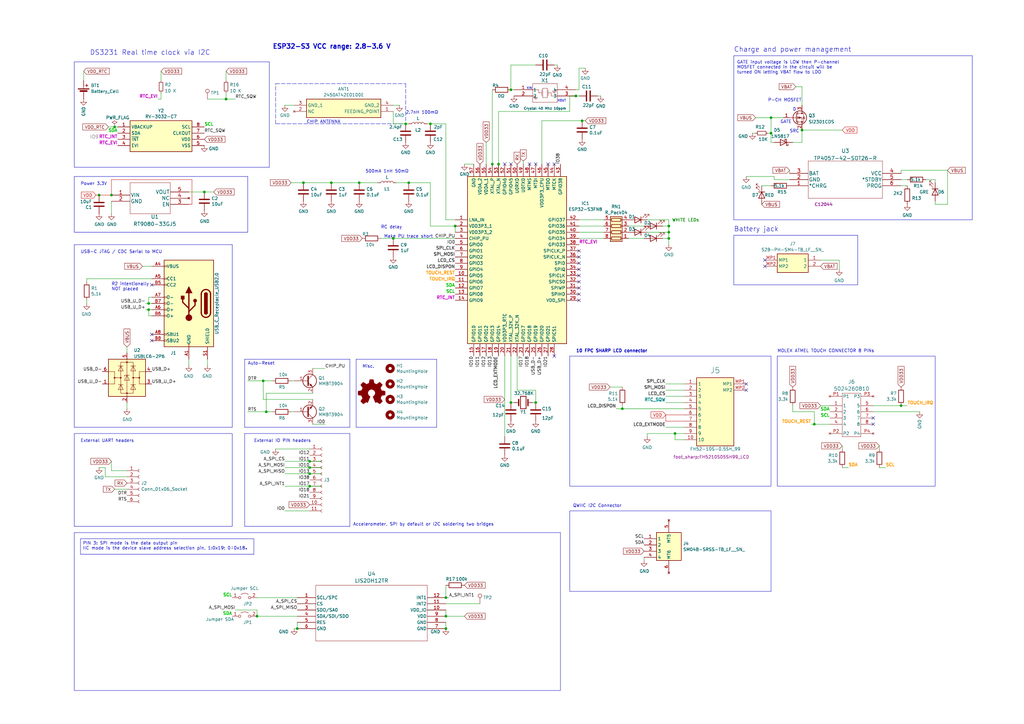
<source format=kicad_sch>
(kicad_sch (version 20230121) (generator eeschema)
  (paper "A3")
  (title_block (title "Bare metal S3 SoC Module for Sharp MXTouch144") (rev "1.0.0") (company "FASANI CORP.") (comment 3 "NOT ready / NOT tested | Do NOT send to fabrication") (comment 4 "The goal is to make a version with a smaller footprint and minimal components."))
  (junction (at 161.29 97.79))
  (junction (at 274.32 97.79))
  (junction (at 274.32 92.71))
  (junction (at 182.88 257.81))
  (junction (at 60.96 124.46))
  (junction (at 274.32 95.25))
  (junction (at 45.72 80.01))
  (junction (at 334.01 173.99))
  (junction (at 109.22 168.91))
  (junction (at 83.82 78.74))
  (junction (at 107.95 156.21))
  (junction (at 166.37 50.8))
  (junction (at 201.93 67.31))
  (junction (at 316.23 48.26))
  (junction (at 92.71 40.64))
  (junction (at 127 194.31))
  (junction (at 219.71 165.1))
  (junction (at 124.46 74.93))
  (junction (at 105.41 252.73))
  (junction (at 135.89 74.93))
  (junction (at 209.55 36.83))
  (junction (at 182.88 252.73))
  (junction (at 238.76 49.53))
  (junction (at 176.53 50.8))
  (junction (at 127 199.39))
  (junction (at 236.22 39.37))
  (junction (at 127 191.77))
  (junction (at 255.27 167.64))
  (junction (at 147.32 74.93))
  (junction (at 182.88 245.11))
  (junction (at 167.64 74.93))
  (junction (at 369.57 166.37))
  (junction (at 121.92 257.81))
  (junction (at 328.93 53.34))
  (junction (at 316.23 54.61))
  (junction (at 209.55 165.1))
  (junction (at 127 189.23))
  (junction (at 40.64 80.01))
  (junction (at 60.96 127))
  (junction (at 46.99 52.07))
  (junction (at 186.69 92.71))
  (junction (at 204.47 67.31))
  (junction (at 276.86 177.8))
  (no_connect (at 217.17 67.31))
  (no_connect (at 224.79 67.31))
  (no_connect (at 62.23 139.7))
  (no_connect (at 237.49 120.65))
  (no_connect (at 62.23 137.16))
  (no_connect (at 227.33 146.05))
  (no_connect (at 237.49 107.95))
  (no_connect (at 358.14 173.99))
  (no_connect (at 237.49 118.11))
  (no_connect (at 237.49 102.87))
  (no_connect (at 219.71 67.31))
  (no_connect (at 313.69 106.68))
  (no_connect (at 62.23 116.84))
  (no_connect (at 237.49 123.19))
  (no_connect (at 227.33 67.31))
  (no_connect (at 237.49 110.49))
  (no_connect (at 207.01 67.31))
  (no_connect (at 306.07 157.48))
  (no_connect (at 237.49 105.41))
  (no_connect (at 306.07 160.02))
  (no_connect (at 237.49 113.03))
  (no_connect (at 209.55 67.31))
  (no_connect (at 313.69 109.22))
  (no_connect (at 358.14 171.45))
  (no_connect (at 237.49 115.57))
  (wire (pts (xy 250.19 158.75) (xy 255.27 158.75)))
  (polyline (pts (xy 300.99 96.52) (xy 300.99 116.84)))
  (wire (pts (xy 116.84 43.18) (xy 120.65 43.18)))
  (wire (pts (xy 379.73 73.66) (xy 383.54 73.66)))
  (wire (pts (xy 326.39 35.56) (xy 328.93 35.56)))
  (wire (pts (xy 369.57 76.2) (xy 372.11 76.2)))
  (wire (pts (xy 64.77 40.64) (xy 66.04 40.64)))
  (wire (pts (xy 105.41 252.73) (xy 121.92 252.73)))
  (wire (pts (xy 182.88 90.17) (xy 182.88 50.8)))
  (wire (pts (xy 334.01 173.99) (xy 340.36 173.99)))
  (wire (pts (xy 120.65 168.91) (xy 119.38 168.91)))
  (polyline (pts (xy 166.37 34.29) (xy 166.37 49.53)) (stroke (width 0) (type dash)))
  (wire (pts (xy 161.29 45.72) (xy 161.29 50.8)))
  (wire (pts (xy 280.67 177.8) (xy 276.86 177.8)))
  (polyline (pts (xy 146.05 147.32) (xy 146.05 175.26)))
  (wire (pts (xy 120.65 257.81) (xy 121.92 257.81)))
  (wire (pts (xy 237.49 36.83) (xy 237.49 27.94)))
  (polyline (pts (xy 30.48 72.39) (xy 101.6 72.39)))
  (wire (pts (xy 78.74 83.82) (xy 78.74 73.66)) (stroke (width 0) (color 194 0 0 1)))
  (wire (pts (xy 176.53 92.71) (xy 176.53 74.93)))
  (wire (pts (xy 116.84 189.23) (xy 127 189.23)))
  (wire (pts (xy 175.26 50.8) (xy 176.53 50.8)))
  (wire (pts (xy 222.25 67.31) (xy 222.25 49.53)))
  (wire (pts (xy 45.72 193.04) (xy 52.07 193.04)))
  (wire (pts (xy 369.57 69.85) (xy 369.57 71.12)))
  (wire (pts (xy 236.22 36.83) (xy 237.49 36.83)))
  (wire (pts (xy 273.05 165.1) (xy 280.67 165.1)))
  (wire (pts (xy 316.23 48.26) (xy 321.31 48.26)))
  (wire (pts (xy 222.25 49.53) (xy 238.76 49.53)))
  (wire (pts (xy 66.04 29.21) (xy 66.04 33.02)))
  (wire (pts (xy 59.69 127) (xy 60.96 127)))
  (polyline (pts (xy 30.48 25.4) (xy 30.48 68.58)))
  (wire (pts (xy 167.64 74.93) (xy 176.53 74.93)))
  (wire (pts (xy 273.05 175.26) (xy 280.67 175.26)))
  (wire (pts (xy 257.81 97.79) (xy 264.16 97.79)))
  (wire (pts (xy 237.49 97.79) (xy 247.65 97.79)))
  (wire (pts (xy 45.72 73.66) (xy 45.72 80.01)) (stroke (width 0) (color 194 0 0 1)))
  (polyline (pts (xy 300.99 22.86) (xy 300.99 90.17)))
  (polyline (pts (xy 113.03 50.8) (xy 113.03 34.29)) (stroke (width 0) (type dash)))
  (polyline (pts (xy 300.99 22.86) (xy 398.78 22.86)))
  (wire (pts (xy 207.01 146.05) (xy 207.01 179.07)))
  (wire (pts (xy 328.93 58.42) (xy 328.93 53.34)))
  (wire (pts (xy 190.5 67.31) (xy 194.31 67.31)))
  (polyline (pts (xy 95.25 100.33) (xy 95.25 175.26)))
  (polyline (pts (xy 100.33 147.32) (xy 100.33 175.26)))
  (polyline (pts (xy 143.51 175.26) (xy 143.51 147.32)))
  (wire (pts (xy 323.85 69.85) (xy 323.85 71.12)))
  (polyline (pts (xy 113.03 34.29) (xy 166.37 34.29)) (stroke (width 0) (type dash)))
  (wire (pts (xy 161.29 50.8) (xy 166.37 50.8)))
  (wire (pts (xy 39.37 80.01) (xy 40.64 80.01)) (stroke (width 0) (color 194 0 0 1)))
  (wire (pts (xy 209.55 36.83) (xy 210.82 36.83)))
  (wire (pts (xy 204.47 71.12) (xy 204.47 67.31)))
  (wire (pts (xy 161.29 97.79) (xy 186.69 97.79)))
  (wire (pts (xy 111.76 156.21) (xy 107.95 156.21)))
  (wire (pts (xy 236.22 39.37) (xy 237.49 39.37)))
  (wire (pts (xy 323.85 73.66) (xy 317.5 73.66)))
  (wire (pts (xy 60.96 129.54) (xy 60.96 127)))
  (wire (pts (xy 186.69 92.71) (xy 186.69 95.25)))
  (wire (pts (xy 264.16 92.71) (xy 257.81 92.71)))
  (wire (pts (xy 52.07 144.78) (xy 52.07 142.24)))
  (wire (pts (xy 233.68 45.72) (xy 233.68 39.37)))
  (wire (pts (xy 127 191.77) (xy 132.08 191.77)))
  (polyline (pts (xy 351.79 96.52) (xy 351.79 116.84)))
  (wire (pts (xy 308.61 54.61) (xy 309.88 54.61)))
  (wire (pts (xy 219.71 165.1) (xy 218.44 165.1)))
  (wire (pts (xy 101.6 168.91) (xy 109.22 168.91)))
  (wire (pts (xy 280.67 172.72) (xy 273.05 172.72)) (stroke (width 0) (color 194 0 0 1)))
  (wire (pts (xy 127 199.39) (xy 132.08 199.39)))
  (wire (pts (xy 255.27 166.37) (xy 255.27 167.64)))
  (wire (pts (xy 35.56 124.46) (xy 35.56 123.19)))
  (wire (pts (xy 59.69 124.46) (xy 60.96 124.46)))
  (wire (pts (xy 109.22 168.91) (xy 111.76 168.91)))
  (wire (pts (xy 62.23 114.3) (xy 35.56 114.3)))
  (wire (pts (xy 328.93 35.56) (xy 328.93 43.18)))
  (wire (pts (xy 233.68 39.37) (xy 236.22 39.37)))
  (wire (pts (xy 124.46 74.93) (xy 135.89 74.93)))
  (polyline (pts (xy 30.48 25.4) (xy 110.49 25.4)))
  (wire (pts (xy 237.49 92.71) (xy 247.65 92.71)))
  (wire (pts (xy 265.43 95.25) (xy 274.32 95.25)))
  (wire (pts (xy 60.96 124.46) (xy 62.23 124.46)))
  (wire (pts (xy 46.99 52.07) (xy 48.26 52.07)))
  (wire (pts (xy 271.78 92.71) (xy 274.32 92.71)))
  (wire (pts (xy 60.96 127) (xy 62.23 127)))
  (wire (pts (xy 182.88 247.65) (xy 196.85 247.65)))
  (wire (pts (xy 344.17 106.68) (xy 336.55 106.68)))
  (wire (pts (xy 336.55 166.37) (xy 340.36 166.37)))
  (wire (pts (xy 347.98 191.77) (xy 345.44 191.77)))
  (polyline (pts (xy 143.51 147.32) (xy 100.33 147.32)))
  (wire (pts (xy 276.86 177.8) (xy 265.43 177.8)))
  (wire (pts (xy 271.78 97.79) (xy 274.32 97.79)))
  (wire (pts (xy 273.05 172.72) (xy 273.05 170.18)) (stroke (width 0) (color 194 0 0 1)))
  (wire (pts (xy 383.54 73.66) (xy 383.54 74.93)))
  (wire (pts (xy 377.19 168.91) (xy 358.14 168.91)))
  (wire (pts (xy 212.09 160.02) (xy 219.71 160.02)))
  (wire (pts (xy 62.23 121.92) (xy 60.96 121.92)))
  (wire (pts (xy 344.17 110.49) (xy 344.17 106.68)))
  (wire (pts (xy 156.21 97.79) (xy 161.29 97.79)))
  (wire (pts (xy 274.32 92.71) (xy 274.32 95.25)))
  (wire (pts (xy 45.72 82.55) (xy 45.72 87.63)))
  (wire (pts (xy 255.27 167.64) (xy 280.67 167.64)))
  (wire (pts (xy 184.15 245.11) (xy 182.88 245.11)))
  (wire (pts (xy 116.84 191.77) (xy 127 191.77)))
  (wire (pts (xy 58.42 109.22) (xy 62.23 109.22)))
  (wire (pts (xy 212.09 146.05) (xy 212.09 160.02)))
  (wire (pts (xy 325.12 58.42) (xy 328.93 58.42)))
  (wire (pts (xy 334.01 168.91) (xy 334.01 173.99)))
  (polyline (pts (xy 398.78 90.17) (xy 398.78 22.86)))
  (wire (pts (xy 40.64 80.01) (xy 45.72 80.01)) (stroke (width 0) (color 194 0 0 1)))
  (wire (pts (xy 332.74 173.99) (xy 334.01 173.99)))
  (wire (pts (xy 316.23 48.26) (xy 316.23 54.61)))
  (wire (pts (xy 186.69 92.71) (xy 176.53 92.71)))
  (wire (pts (xy 201.93 71.12) (xy 201.93 67.31)))
  (polyline (pts (xy 30.48 68.58) (xy 110.49 68.58)))
  (wire (pts (xy 273.05 170.18) (xy 280.67 170.18)) (stroke (width 0) (color 194 0 0 1)))
  (wire (pts (xy 77.47 83.82) (xy 78.74 83.82)) (stroke (width 0) (color 194 0 0 1)))
  (wire (pts (xy 128.27 163.83) (xy 107.95 163.83)))
  (wire (pts (xy 274.32 97.79) (xy 274.32 100.33)))
  (polyline (pts (xy 179.07 175.26) (xy 146.05 175.26)))
  (wire (pts (xy 219.71 160.02) (xy 219.71 165.1)))
  (wire (pts (xy 60.96 121.92) (xy 60.96 124.46)))
  (wire (pts (xy 147.32 74.93) (xy 154.94 74.93)))
  (wire (pts (xy 116.84 194.31) (xy 127 194.31)))
  (wire (pts (xy 66.04 40.64) (xy 66.04 38.1)))
  (wire (pts (xy 280.67 180.34) (xy 276.86 180.34)))
  (polyline (pts (xy 100.33 175.26) (xy 143.51 175.26)))
  (wire (pts (xy 166.37 50.8) (xy 167.64 50.8)))
  (wire (pts (xy 105.41 250.19) (xy 105.41 252.73)))
  (polyline (pts (xy 351.79 116.84) (xy 300.99 116.84)))
  (wire (pts (xy 34.29 33.02) (xy 34.29 29.21)))
  (polyline (pts (xy 165.1 50.8) (xy 113.03 50.8)) (stroke (width 0) (type dash)))
  (wire (pts (xy 383.54 82.55) (xy 383.54 83.82)))
  (wire (pts (xy 273.05 160.02) (xy 280.67 160.02)))
  (wire (pts (xy 325.12 166.37) (xy 325.12 168.91)))
  (wire (pts (xy 105.41 245.11) (xy 121.92 245.11)))
  (wire (pts (xy 77.47 147.32) (xy 77.47 149.86)))
  (wire (pts (xy 116.84 199.39) (xy 127 199.39)))
  (wire (pts (xy 107.95 163.83) (xy 107.95 156.21)))
  (wire (pts (xy 44.45 52.07) (xy 46.99 52.07)))
  (wire (pts (xy 309.88 48.26) (xy 316.23 48.26)))
  (wire (pts (xy 182.88 50.8) (xy 176.53 50.8)))
  (polyline (pts (xy 30.48 175.26) (xy 30.48 100.33)))
  (wire (pts (xy 360.68 182.88) (xy 360.68 184.15)))
  (wire (pts (xy 40.64 191.77) (xy 43.18 191.77)))
  (wire (pts (xy 201.93 36.83) (xy 201.93 67.31)))
  (wire (pts (xy 127 194.31) (xy 132.08 194.31)))
  (polyline (pts (xy 30.48 95.25) (xy 101.6 95.25)))
  (wire (pts (xy 372.11 73.66) (xy 369.57 73.66)))
  (wire (pts (xy 52.07 165.1) (xy 52.07 167.64)))
  (wire (pts (xy 128.27 173.99) (xy 133.35 173.99)))
  (polyline (pts (xy 300.99 96.52) (xy 351.79 96.52)))
  (wire (pts (xy 265.43 90.17) (xy 274.32 90.17)))
  (wire (pts (xy 182.88 240.03) (xy 182.88 245.11)))
  (wire (pts (xy 214.63 66.04) (xy 214.63 67.31)))
  (wire (pts (xy 162.56 74.93) (xy 167.64 74.93)))
  (wire (pts (xy 120.65 156.21) (xy 119.38 156.21)))
  (wire (pts (xy 35.56 114.3) (xy 35.56 115.57)))
  (wire (pts (xy 372.11 166.37) (xy 369.57 166.37)))
  (wire (pts (xy 182.88 252.73) (xy 190.5 252.73)))
  (wire (pts (xy 107.95 156.21) (xy 101.6 156.21)))
  (polyline (pts (xy 30.48 100.33) (xy 95.25 100.33)))
  (wire (pts (xy 363.22 191.77) (xy 360.68 191.77)))
  (wire (pts (xy 388.62 83.82) (xy 388.62 69.85)))
  (wire (pts (xy 210.82 165.1) (xy 209.55 165.1)))
  (wire (pts (xy 186.69 90.17) (xy 182.88 90.17)))
  (wire (pts (xy 62.23 129.54) (xy 60.96 129.54)))
  (wire (pts (xy 316.23 54.61) (xy 316.23 58.42)))
  (wire (pts (xy 109.22 161.29) (xy 109.22 168.91)))
  (wire (pts (xy 119.38 74.93) (xy 124.46 74.93)))
  (wire (pts (xy 328.93 53.34) (xy 345.44 53.34)))
  (wire (pts (xy 96.52 250.19) (xy 105.41 250.19)))
  (wire (pts (xy 121.92 255.27) (xy 121.92 257.81)))
  (wire (pts (xy 77.47 78.74) (xy 83.82 78.74)))
  (wire (pts (xy 369.57 166.37) (xy 358.14 166.37)))
  (wire (pts (xy 316.23 58.42) (xy 317.5 58.42)))
  (wire (pts (xy 113.03 184.15) (xy 127 184.15)))
  (wire (pts (xy 163.83 43.18) (xy 161.29 43.18)))
  (wire (pts (xy 43.18 195.58) (xy 52.07 195.58)))
  (wire (pts (xy 388.62 83.82) (xy 383.54 83.82)))
  (wire (pts (xy 237.49 95.25) (xy 247.65 95.25)))
  (wire (pts (xy 238.76 49.53) (xy 240.03 49.53)))
  (wire (pts (xy 116.84 209.55) (xy 127 209.55)))
  (wire (pts (xy 252.73 167.64) (xy 255.27 167.64)))
  (wire (pts (xy 228.6 26.67) (xy 227.33 26.67)))
  (wire (pts (xy 388.62 69.85) (xy 369.57 69.85)))
  (wire (pts (xy 209.55 26.67) (xy 219.71 26.67)))
  (wire (pts (xy 204.47 45.72) (xy 233.68 45.72)))
  (wire (pts (xy 274.32 95.25) (xy 274.32 97.79)))
  (wire (pts (xy 265.43 177.8) (xy 265.43 179.07)))
  (wire (pts (xy 237.49 90.17) (xy 247.65 90.17)))
  (wire (pts (xy 45.72 189.23) (xy 45.72 193.04)))
  (wire (pts (xy 128.27 161.29) (xy 109.22 161.29)))
  (wire (pts (xy 325.12 168.91) (xy 334.01 168.91)))
  (wire (pts (xy 273.05 162.56) (xy 280.67 162.56)))
  (wire (pts (xy 204.47 67.31) (xy 204.47 45.72)))
  (wire (pts (xy 46.99 200.66) (xy 52.07 200.66)))
  (wire (pts (xy 317.5 73.66) (xy 317.5 72.39)))
  (wire (pts (xy 312.42 76.2) (xy 316.23 76.2)))
  (wire (pts (xy 237.49 27.94) (xy 240.03 27.94)))
  (wire (pts (xy 314.96 54.61) (xy 316.23 54.61)))
  (polyline (pts (xy 30.48 95.25) (xy 30.48 72.39)))
  (polyline (pts (xy 146.05 147.32) (xy 179.07 147.32)))
  (wire (pts (xy 246.38 39.37) (xy 245.11 39.37)))
  (wire (pts (xy 43.18 191.77) (xy 43.18 195.58)))
  (wire (pts (xy 264.16 229.87) (xy 264.16 228.6)))
  (wire (pts (xy 85.09 147.32) (xy 85.09 149.86)))
  (polyline (pts (xy 179.07 147.32) (xy 179.07 175.26)))
  (polyline (pts (xy 30.48 175.26) (xy 95.25 175.26)))
  (wire (pts (xy 85.09 40.64) (xy 92.71 40.64)))
  (wire (pts (xy 345.44 182.88) (xy 345.44 184.15)))
  (wire (pts (xy 273.05 157.48) (xy 280.67 157.48)))
  (polyline (pts (xy 110.49 68.58) (xy 110.49 25.4)))
  (wire (pts (xy 182.88 255.27) (xy 182.88 257.81)))
  (wire (pts (xy 317.5 72.39) (xy 306.07 72.39)))
  (wire (pts (xy 92.71 38.1) (xy 92.71 40.64)))
  (wire (pts (xy 182.88 250.19) (xy 182.88 252.73)))
  (polyline (pts (xy 300.99 90.17) (xy 398.78 90.17)))
  (wire (pts (xy 92.71 40.64) (xy 96.52 40.64)))
  (polyline (pts (xy 101.6 95.25) (xy 101.6 72.39)))
  (wire (pts (xy 127 189.23) (xy 132.08 189.23)))
  (wire (pts (xy 78.74 73.66) (xy 45.72 73.66)) (stroke (width 0) (color 194 0 0 1)))
  (wire (pts (xy 209.55 36.83) (xy 209.55 26.67)))
  (wire (pts (xy 274.32 90.17) (xy 274.32 92.71)))
  (wire (pts (xy 209.55 146.05) (xy 209.55 165.1)))
  (wire (pts (xy 135.89 74.93) (xy 147.32 74.93)))
  (wire (pts (xy 276.86 180.34) (xy 276.86 177.8)))
  (wire (pts (xy 83.82 78.74) (xy 87.63 78.74)))
  (wire (pts (xy 133.35 151.13) (xy 128.27 151.13)))
  (wire (pts (xy 199.39 58.42) (xy 199.39 67.31)))
  (wire (pts (xy 92.71 29.21) (xy 92.71 33.02)))
  (rectangle (start 233.68 209.55) (end 316.23 242.57))
  (rectangle (start 30.48 218.44) (end 229.87 283.21))
  (rectangle (start 318.77 146.05) (end 383.54 199.39))
  (rectangle (start 100.33 177.8) (end 143.51 215.9))
  (rectangle (start 233.68 146.05) (end 316.23 199.39))
  (rectangle (start 30.48 177.8) (end 95.25 215.9))
  (text_box "PIN 3: SPI mode is the data output pin\nIIC mode is the device slave address selection pin, 1:0x19; 0：0x18。 	" (at 33.02 220.98 0) (size 71.12 6.35) (effects (font (size 1.27 1.27)) (justify left top)))
  (text "Make PU trace short" (at 157.48 97.79 0) (effects (font (size 1.27 1.27)) (justify left bottom)))
  (text "DS3231 Real time clock via I2C" (at 36.83 22.86 0) (effects (font (size 2 2)) (justify left bottom)))
  (text "GATE input voltage is LOW then P-channel \nMOSFET connected in the circuit will be \nturned ON letting VBAT flow to LDO" (at 302.26 30.48 0) (effects (font (size 1.27 1.27)) (justify left bottom)))
  (text "Accelerometer, SPI by default or I2C soldering two bridges" (at 144.78 215.9 0) (effects (font (size 1.27 1.27)) (justify left bottom)))
  (text "ESP32-S3 VCC range: 2.8-3.6 V" (at 111.76 20.32 0) (effects (font (size 1.9 1.9) (thickness 0.38) bold) (justify left bottom)))
  (text "SRC" (at 323.85 54.61 0) (effects (font (size 1.27 1.27)) (justify left bottom)))
  (text "External IO PIN headers" (at 104.14 181.61 0) (effects (font (size 1.27 1.27)) (justify left bottom)))
  (text "500mA 1nH 50mΩ" (at 149.86 71.12 0) (effects (font (size 1.27 1.27)) (justify left bottom)))
  (text "QWIIC I2C Connector" (at 234.95 208.28 0) (effects (font (size 1.27 1.27)) (justify left bottom)))
  (text "R2 intentionally\nNOT placed" (at 45.72 119.38 0) (effects (font (size 1.27 1.27)) (justify left bottom)))
  (text "MOLEX ATMEL TOUCH CONNECTOR 8 PINs" (at 318.77 144.78 0) (effects (font (size 1.27 1.27)) (justify left bottom)))
  (text "IO9" (at 36.83 57.15 0) (effects (font (size 1.4 1.4)) (justify left bottom)))
  (text "Charge and power management" (at 300.99 21.59 0) (effects (font (size 2 2)) (justify left bottom)))
  (text "Power 3.3V" (at 33.02 76.2 0) (effects (font (size 1.27 1.27)) (justify left bottom)))
  (text "Battery jack" (at 300.99 95.25 0) (effects (font (size 2 2)) (justify left bottom)))
  (text "Misc." (at 148.59 151.13 0) (effects (font (size 1.27 1.27)) (justify left bottom)))
  (text "USB-C JTAG / CDC Serial to MCU" (at 33.02 104.14 0) (effects (font (size 1.27 1.27)) (justify left bottom)))
  (text "XOUT" (at 228.6 41.91 0) (effects (font (size 0.9 0.9)) (justify left bottom)))
  (text "10 FPC SHARP LCD connector" (at 236.22 144.78 0) (effects (font (size 1.27 1.27) (thickness 0.254) bold) (justify left bottom)))
  (text "RC delay" (at 156.21 93.98 0) (effects (font (size 1.27 1.27)) (justify left bottom)))
  (text "GATE" (at 320.04 50.8 0) (effects (font (size 1.27 1.27)) (justify left bottom)))
  (text "Auto-Reset\n" (at 101.6 149.86 0) (effects (font (size 1.27 1.27)) (justify left bottom)))
  (text "XIN" (at 215.9 36.83 0) (effects (font (size 0.9 0.9)) (justify left bottom)))
  (text "D" (at 325.12 45.72 0) (effects (font (size 1.27 1.27)) (justify left bottom)))
  (text "2.7nH 100mΩ" (at 166.37 46.99 0) (effects (font (size 1.27 1.27)) (justify left bottom)))
  (text "CHIP ANTENNA" (at 125.73 50.8 0) (effects (font (size 1.27 1.27)) (justify left bottom)))
  (text "External UART headers" (at 33.02 181.61 0) (effects (font (size 1.27 1.27)) (justify left bottom)))
  (text "P-CH MOSFET" (at 314.96 41.91 0) (effects (font (size 1.27 1.27)) (justify left bottom)))
  (label "RTC_EVI" (at 237.49 100.33 0) (effects (font (thickness 0.254) bold)))
  (label "IO0" (at 186.69 100.33 180))
  (label "IO0" (at 116.84 209.55 180))
  (label "SCL" (at 363.22 191.77 0) (effects (font (thickness 0.254) bold)))
  (label "RTC_INT" (at 186.69 123.19 180) (effects (font (thickness 0.254) bold)))
  (label "RTC_INT" (at 48.26 57.15 180) (effects (font (thickness 0.254) bold)))
  (label "TOUCH_REST" (at 332.74 173.99 180) (effects (font (thickness 0.254) bold)))
  (label "TOUCH_REST" (at 186.69 113.03 180) (effects (font (thickness 0.254) bold)))
  (label "SCL" (at 186.69 120.65 180) (effects (font (thickness 0.254) bold)))
  (label "IO17" (at 214.63 146.05 270))
  (label "SDA" (at 186.69 118.11 180) (effects (font (thickness 0.254) bold)))
  (label "SDA" (at 264.16 223.52 180))
  (label "RTC_SQW" (at 96.52 40.64 0))
  (label "LCD_DISPON" (at 252.73 167.64 180) (effects (font (thickness 0.254) bold)))
  (label "SPI_CLK" (at 186.69 102.87 180) (effects (font (thickness 0.254) bold)))
  (label "IO11" (at 127 189.23 180))
  (label "DTR" (at 101.6 156.21 0))
  (label "A_SPI_MOSI" (at 116.84 191.77 180))
  (label "LCD_CS" (at 186.69 107.95 180) (effects (font (thickness 0.254) bold)))
  (label "IO18" (at 217.17 146.05 270))
  (label "CHIP_PU" (at 186.69 97.79 180))
  (label "USB_U_D-" (at 41.91 157.48 180))
  (label "IO21" (at 127 204.47 180))
  (label "A_SPI_INT1" (at 184.15 245.11 0))
  (label "IO18" (at 127 201.93 180))
  (label "SPI_MOSI" (at 186.69 105.41 180) (effects (font (thickness 0.254) bold)))
  (label "USB_D-" (at 41.91 152.4 180))
  (label "SDA" (at 95.25 252.73 180) (effects (font (thickness 0.254) bold)))
  (label "SPI_CLK" (at 273.05 157.48 180) (effects (font (thickness 0.254) bold)))
  (label "DTR" (at 52.07 203.2 180))
  (label "RTC_SQW" (at 273.05 165.1 180) (effects (font (thickness 0.254) bold)))
  (label "RTS" (at 52.07 205.74 180))
  (label "A_SPI_MISO" (at 116.84 194.31 180))
  (label "RTC_EVI" (at 64.77 40.64 180) (effects (font (thickness 0.254) bold)))
  (label "IO17" (at 127 199.39 180))
  (label "TOUCH_IRQ" (at 372.11 166.37 0) (effects (font (thickness 0.254) bold)))
  (label "IO13" (at 201.93 146.05 270))
  (label "USB_D+" (at 222.25 146.05 270))
  (label "LCD_EXTMODE" (at 204.47 146.05 270) (effects (font (thickness 0.254) bold)))
  (label "TOUCH_IRQ" (at 186.69 115.57 180) (effects (font (thickness 0.254) bold)))
  (label "USB_U_D-" (at 59.69 124.46 180))
  (label "RTS" (at 101.6 168.91 0))
  (label "USB_U_D+" (at 62.23 157.48 0))
  (label "LCD_DISPON" (at 186.69 110.49 180) (effects (font (thickness 0.254) bold)))
  (label "IO13" (at 127 194.31 180))
  (label "IO38" (at 229.87 67.31 90))
  (label "USB_D+" (at 62.23 152.4 0))
  (label "SDA" (at 340.36 168.91 180) (effects (font (thickness 0.254) bold)))
  (label "SDA" (at 347.98 191.77 0) (effects (font (thickness 0.254) bold)))
  (label "IO21" (at 224.79 146.05 270))
  (label "A_SPI_MISO" (at 121.92 250.19 180))
  (label "SPI_MOSI" (at 273.05 160.02 180) (effects (font (thickness 0.254) bold)))
  (label "SCL" (at 95.25 245.11 180) (effects (font (thickness 0.254) bold)))
  (label "CHIP_PU" (at 133.35 151.13 0))
  (label "IO11" (at 196.85 146.05 270))
  (label "SCL" (at 340.36 171.45 180) (effects (font (thickness 0.254) bold)))
  (label "SCL" (at 83.82 52.07 0) (effects (font (thickness 0.254) bold)))
  (label "IO10" (at 127 191.77 180))
  (label "IO38" (at 127 196.85 180))
  (label "IO12" (at 199.39 146.05 270))
  (label "IO12" (at 127 186.69 180))
  (label "IO10" (at 194.31 146.05 270))
  (label "USB_U_D+" (at 59.69 127 180))
  (label "A_SPI_MOSI" (at 96.52 250.19 180))
  (label "RTC_SQW" (at 83.82 54.61 0))
  (label "SCL" (at 264.16 220.98 180))
  (label "LCD_EXTMODE" (at 273.05 175.26 180) (effects (font (thickness 0.254) bold)))
  (label "USB_D-" (at 219.71 146.05 270))
  (label "IO0" (at 133.35 173.99 180))
  (label "LCD_CS" (at 273.05 162.56 180) (effects (font (thickness 0.254) bold)))
  (label "A_SPI_CS" (at 116.84 189.23 180))
  (label "A_SPI_INT1" (at 116.84 199.39 180))
  (label "RTC_EVI" (at 48.26 59.69 180) (effects (font (thickness 0.254) bold)))
  (label "SDA" (at 48.26 54.61 180) (effects (font (thickness 0.254) bold)))
  (label "A_SPI_CS" (at 121.92 247.65 180))
  (global_label "VDD33" (shape input) (at 345.44 182.88 180) (property "Intersheetrefs" "${INTERSHEET_REFS}" (effects hide)) (property "Referenzen zwischen Schaltplänen" "${INTERSHEET_REFS}" (effects hide)))
  (global_label "VDD_RTC" (shape input) (at 44.45 52.07 180) (property "Intersheetrefs" "${INTERSHEET_REFS}" (effects hide)))
  (global_label "RX" (shape input) (at 212.09 67.31 90) (property "Intersheetrefs" "${INTERSHEET_REFS}" (effects hide)))
  (global_label "VDD33" (shape input) (at 240.03 49.53 0) (property "Intersheetrefs" "${INTERSHEET_REFS}" (effects hide)) (property "Referenzen zwischen Schaltplänen" "${INTERSHEET_REFS}" (effects hide)))
  (global_label "VDD33" (shape input) (at 190.5 240.03 0) (property "Intersheetrefs" "${INTERSHEET_REFS}" (effects hide)) (property "Referenzen zwischen Schaltplänen" "${INTERSHEET_REFS}" (effects hide)))
  (global_label "VDD33" (shape input) (at 127 207.01 180) (property "Intersheetrefs" "${INTERSHEET_REFS}" (effects hide)) (property "Referenzen zwischen Schaltplänen" "${INTERSHEET_REFS}" (effects hide)))
  (global_label "VDD33" (shape input) (at 207.01 163.83 180) (property "Intersheetrefs" "${INTERSHEET_REFS}" (effects hide)) (property "Referenzen zwischen Schaltplänen" "${INTERSHEET_REFS}" (effects hide)))
  (global_label "VDD33" (shape input) (at 119.38 74.93 180) (property "Intersheetrefs" "${INTERSHEET_REFS}" (effects hide)) (property "Referenzen zwischen Schaltplänen" "${INTERSHEET_REFS}" (effects hide)))
  (global_label "VBUS" (shape input) (at 58.42 109.22 180) (property "Intersheetrefs" "${INTERSHEET_REFS}" (effects hide)) (property "Referenzen zwischen Schaltplänen" "${INTERSHEET_REFS}" (effects hide)))
  (global_label "VBUS" (shape input) (at 309.88 48.26 180) (property "Intersheetrefs" "${INTERSHEET_REFS}" (effects hide)))
  (global_label "VBUS" (shape input) (at 52.07 142.24 90) (property "Intersheetrefs" "${INTERSHEET_REFS}" (effects hide)) (property "Referenzen zwischen Schaltplänen" "${INTERSHEET_REFS}" (effects hide)))
  (global_label "VDD33" (shape input) (at 190.5 252.73 0) (property "Intersheetrefs" "${INTERSHEET_REFS}" (effects hide)) (property "Referenzen zwischen Schaltplänen" "${INTERSHEET_REFS}" (effects hide)))
  (global_label "VDD33" (shape input) (at 264.16 226.06 180) (property "Intersheetrefs" "${INTERSHEET_REFS}" (effects hide)) (property "Referenzen zwischen Schaltplänen" "${INTERSHEET_REFS}" (effects hide)))
  (global_label "VDD33" (shape input) (at 87.63 78.74 0) (property "Intersheetrefs" "${INTERSHEET_REFS}" (effects hide)) (property "Referenzen zwischen Schaltplänen" "${INTERSHEET_REFS}" (effects hide)))
  (global_label "VDD33" (shape input) (at 369.57 158.75 90) (property "Intersheetrefs" "${INTERSHEET_REFS}" (effects hide)) (property "Referenzen zwischen Schaltplänen" "${INTERSHEET_REFS}" (effects hide)))
  (global_label "VDD_RTC" (shape input) (at 34.29 29.21 0) (property "Intersheetrefs" "${INTERSHEET_REFS}" (effects hide)))
  (global_label "VBAT" (shape input) (at 336.55 109.22 0) (property "Intersheetrefs" "${INTERSHEET_REFS}" (effects hide)))
  (global_label "VBAT" (shape input) (at 323.85 69.85 180) (property "Intersheetrefs" "${INTERSHEET_REFS}" (effects hide)))
  (global_label "VDD33" (shape input) (at 45.72 189.23 180) (property "Intersheetrefs" "${INTERSHEET_REFS}" (effects hide)) (property "Referenzen zwischen Schaltplänen" "${INTERSHEET_REFS}" (effects hide)))
  (global_label "VDD" (shape input) (at 345.44 53.34 0) (property "Intersheetrefs" "${INTERSHEET_REFS}" (effects hide)))
  (global_label "VBUS" (shape input) (at 388.62 69.85 0) (property "Intersheetrefs" "${INTERSHEET_REFS}" (effects hide)))
  (global_label "VDD33" (shape input) (at 199.39 58.42 90) (property "Intersheetrefs" "${INTERSHEET_REFS}" (effects hide)) (property "Referenzen zwischen Schaltplänen" "${INTERSHEET_REFS}" (effects hide)))
  (global_label "VDD33" (shape input) (at 325.12 158.75 90) (property "Intersheetrefs" "${INTERSHEET_REFS}" (effects hide)) (property "Referenzen zwischen Schaltplänen" "${INTERSHEET_REFS}" (effects hide)))
  (global_label "VDD33" (shape input) (at 336.55 166.37 180) (property "Intersheetrefs" "${INTERSHEET_REFS}" (effects hide)) (property "Referenzen zwischen Schaltplänen" "${INTERSHEET_REFS}" (effects hide)))
  (global_label "VDD33" (shape input) (at 66.04 29.21 0) (property "Intersheetrefs" "${INTERSHEET_REFS}" (effects hide)) (property "Referenzen zwischen Schaltplänen" "${INTERSHEET_REFS}" (effects hide)))
  (global_label "VDD33" (shape input) (at 250.19 158.75 180) (property "Intersheetrefs" "${INTERSHEET_REFS}" (effects hide)) (property "Referenzen zwischen Schaltplänen" "${INTERSHEET_REFS}" (effects hide)))
  (global_label "VDD33" (shape input) (at 148.59 97.79 180) (property "Intersheetrefs" "${INTERSHEET_REFS}" (effects hide)) (property "Referenzen zwischen Schaltplänen" "${INTERSHEET_REFS}" (effects hide)))
  (global_label "VDD33" (shape input) (at 196.85 67.31 90) (property "Intersheetrefs" "${INTERSHEET_REFS}" (effects hide)) (property "Referenzen zwischen Schaltplänen" "${INTERSHEET_REFS}" (effects hide)))
  (global_label "TX" (shape input) (at 46.99 200.66 180) (property "Intersheetrefs" "${INTERSHEET_REFS}" (effects hide)))
  (global_label "RX" (shape input) (at 52.07 198.12 180) (property "Intersheetrefs" "${INTERSHEET_REFS}" (effects hide)))
  (global_label "TX" (shape input) (at 214.63 66.04 90) (property "Intersheetrefs" "${INTERSHEET_REFS}" (effects hide)))
  (global_label "VDD33" (shape input) (at 92.71 29.21 0) (property "Intersheetrefs" "${INTERSHEET_REFS}" (effects hide)) (property "Referenzen zwischen Schaltplänen" "${INTERSHEET_REFS}" (effects hide)))
  (global_label "VDD33" (shape input) (at 83.82 57.15 0) (property "Intersheetrefs" "${INTERSHEET_REFS}" (effects hide)) (property "Referenzen zwischen Schaltplänen" "${INTERSHEET_REFS}" (effects hide)))
  (global_label "VBUS" (shape input) (at 312.42 83.82 0) (property "Intersheetrefs" "${INTERSHEET_REFS}" (effects hide)))
  (global_label "VDD" (shape input) (at 273.05 170.18 180) (property "Intersheetrefs" "${INTERSHEET_REFS}" (effects hide)))
  (global_label "VBAT" (shape input) (at 326.39 35.56 180) (property "Intersheetrefs" "${INTERSHEET_REFS}" (effects hide)))
  (global_label "VDD33" (shape input) (at 360.68 182.88 180) (property "Intersheetrefs" "${INTERSHEET_REFS}" (effects hide)) (property "Referenzen zwischen Schaltplänen" "${INTERSHEET_REFS}" (effects hide)))
  (global_label "VDD" (shape input) (at 39.37 80.01 180) (property "Intersheetrefs" "${INTERSHEET_REFS}" (effects hide)))
  (symbol (lib_id "Device:C") (at 166.37 54.61 0) (unit 1)
    (property "Reference" "C13" (at 165.1 57.15 0) (effects (justify right)))
    (property "Value" "2.4pF" (at 165.1 52.07 0) (effects (justify right)))
    (property "Footprint" "Capacitor_SMD:C_0603_1608Metric" (effects hide))
    (property "Datasheet" "https://jlcpcb.com/partdetail/Cctc-TCC0603COG2R4B500CT/C5448887" (effects hide))
    (property "LCSC" "C5448887" (effects hide))
  )
  (symbol (lib_id "Transistor_BJT:MMBT3904") (at 125.73 168.91 0) (mirror x) (unit 1)
    (property "Reference" "Q2" (at 130.5814 167.7416 0) (effects (justify left)))
    (property "Value" "MMBT3904" (at 130.5814 170.053 0) (effects (justify left)))
    (property "Footprint" "Package_TO_SOT_SMD:SOT-23" (effects hide))
    (property "Datasheet" "https://www.onsemi.com/pdf/datasheet/pzt3904-d.pdf" (effects hide))
    (property "LCSC" "C20526" (effects hide))
  )
  (symbol (lib_id "RF Antenna:2450AT42E0100E") (at 161.29 43.18 0) (mirror y) (unit 1)
    (property "Reference" "ANT1" (at 140.97 36.4957 0))
    (property "Value" "2450AT42E0100E" (at 140.97 38.9199 0))
    (property "Footprint" "footprints:2450AT42E0100E-ANT" (effects hide))
    (property "Datasheet" "https://www.johansontechnology.com/datasheets/2450AT42E0100/2450AT42E0100.pdf" (effects hide))
    (property "Height" "1.7" (effects hide))
    (property "Manufacturer_Name" "JOHANSON TECHNOLOGY" (effects hide))
    (property "Manufacturer_Part_Number" "2450AT42E0100E" (effects hide))
    (property "Mouser Part Number" "609-2450AT42E0100E" (effects hide))
    (property "Mouser Price/Stock" "https://www.mouser.co.uk/ProductDetail/Johanson-Technology/2450AT42E0100E?qs=EvbCu83THBA04V4752rG%2FA%3D%3D" (effects hide))
    (property "Arrow Part Number" "2450AT42E0100E" (effects hide))
    (property "Arrow Price/Stock" "https://www.arrow.com/en/products/2450at42e0100e/johanson-dielectrics?region=nac" (effects hide))
    (property "LCSC" "C3285081" (effects hide))
  )
  (symbol (lib_id "Device:LED") (at 261.62 90.17 180) (unit 1)
    (property "Reference" "D1" (at 257.81 88.9 0) (effects (justify right)))
    (property "Value" "WHITE LEDs" (at 275.59 90.17 0) (effects (justify right)))
    (property "Footprint" "LED_SMD:LED_0603_1608Metric" (effects hide))
    (property "LCSC" "C575431" (effects hide))
  )
  (symbol (lib_id "Device:R") (at 186.69 240.03 90) (mirror x) (unit 1)
    (property "Reference" "R17" (at 186.69 237.49 90) (effects (justify left)))
    (property "Value" "100k" (at 191.77 237.49 90) (effects (justify left)))
    (property "Footprint" "Resistor_SMD:R_0402_1005Metric" (effects hide))
    (property "LCSC" "C208960" (effects hide))
  )
  (symbol (lib_id "Device:R") (at 205.74 36.83 90) (unit 1)
    (property "Reference" "R4" (at 204.5716 35.052 90) (effects (justify left)))
    (property "Value" "0Ω" (at 207.01 39.37 90) (effects (justify left)))
    (property "Footprint" "Resistor_SMD:R_0603_1608Metric" (effects hide))
    (property "Datasheet" "https://jlcpcb.com/partdetail/21903-0603WAF0000T5E/C21189" (effects hide))
    (property "LCSC" "C21189" (effects hide))
  )
  (symbol (lib_id "Mechanical:MountingHole") (at 160.02 170.18 0) (unit 1) (in_bom no)
    (property "Reference" "H4" (at 162.56 169.0116 0) (effects (justify left)))
    (property "Value" "MountingHole" (at 162.56 171.323 0) (effects (justify left)))
    (property "Footprint" "MountingHole:MountingHole_2.2mm_M2" (effects hide))
  )
  (symbol (lib_id "power:GND") (at 308.61 54.61 0) (unit 1)
    (property "Reference" "#PWR032" (effects hide))
    (property "Value" "GND" (at 304.8 55.88 0))
  )
  (symbol (lib_id "Device:L") (at 158.75 74.93 90) (unit 1)
    (property "Reference" "L1" (at 158.75 77.47 90))
    (property "Value" "L" (at 158.75 72.7046 90))
    (property "Footprint" "Inductor_SMD:L_0603_1608Metric" (effects hide))
    (property "Datasheet" "https://jlcpcb.com/partdetail/1379-VHF160808H1N0ST/C1027" (effects hide))
    (property "LCSC" "C1027" (effects hide))
  )
  (symbol (lib_id "power:GND") (at 240.03 27.94 0) (unit 1)
    (property "Reference" "#PWR018" (effects hide))
    (property "Value" "GND" (at 240.03 32.0731 0))
  )
  (symbol (lib_id "Device:LED") (at 267.97 97.79 180) (unit 1)
    (property "Reference" "D4" (at 264.16 96.52 0) (effects (justify right)))
    (property "Value" "LED RED" (effects hide))
    (property "Footprint" "LED_SMD:LED_0603_1608Metric" (effects hide))
    (property "LCSC" "C575431" (effects hide))
  )
  (symbol (lib_id "power:GND") (at 77.47 149.86 0) (mirror y) (unit 1)
    (property "Reference" "#PWR06" (effects hide))
    (property "Value" "GND" (at 77.343 154.2542 0))
  )
  (symbol (lib_id "power:GND") (at 238.76 57.15 0) (unit 1)
    (property "Reference" "#PWR014" (effects hide))
    (property "Value" "GND" (at 238.76 61.2831 0))
  )
  (symbol (lib_id "power:GND") (at 264.16 229.87 0) (unit 1)
    (property "Reference" "#PWR034" (effects hide))
    (property "Value" "GND" (at 264.287 234.2642 0))
  )
  (symbol (lib_id "power:GND") (at 167.64 82.55 0) (unit 1)
    (property "Reference" "#PWR012" (effects hide))
    (property "Value" "GND" (at 167.64 86.6831 0))
  )
  (symbol (lib_id "power:GND") (at 228.6 26.67 0) (unit 1)
    (property "Reference" "#PWR020" (effects hide))
    (property "Value" "GND" (at 228.6 30.8031 0))
  )
  (symbol (lib_id "power:GND") (at 34.29 40.64 0) (unit 1)
    (property "Reference" "#PWR035" (effects hide))
    (property "Value" "GND" (at 34.29 45.72 90))
  )
  (symbol (lib_id "power:GND") (at 377.19 168.91 0) (unit 1)
    (property "Reference" "#PWR031" (effects hide))
    (property "Value" "GND" (at 377.19 173.99 90))
  )
  (symbol (lib_id "power:GND") (at 209.55 172.72 0) (unit 1)
    (property "Reference" "#PWR024" (effects hide))
    (property "Value" "GND" (at 209.55 176.8531 0))
  )
  (symbol (lib_id "power:GND") (at 40.64 191.77 0) (unit 1)
    (property "Reference" "#PWR023" (effects hide))
    (property "Value" "GND" (at 40.64 195.9031 0))
  )
  (symbol (lib_id "Device:Crystal") (at 214.63 165.1 0) (unit 1)
    (property "Reference" "Y1" (at 213.36 168.91 0) (effects (justify left)))
    (property "Value" "32.768K" (at 210.82 161.29 0) (effects (justify left)))
    (property "Footprint" "Crystal:Crystal_SMD_3215-2Pin_3.2x1.5mm" (effects hide))
    (property "LCSC" "C32346" (effects hide))
  )
  (symbol (lib_id "RTC:RV-3032-C7") (at 48.26 52.07 0) (unit 1)
    (property "Reference" "Y2" (at 66.04 45.3857 0))
    (property "Value" "RV-3032-C7" (at 66.04 47.8099 0))
    (property "Footprint" "RV3032C7" (effects hide))
    (property "Datasheet" "https://www.microcrystal.com/fileadmin/Media/Products/RTC/Datasheet/RV-3032-C7.pdf" (effects hide))
    (property "LCSC" "C5127802" (effects hide))
    (property "Manufacturer_Name" "Micro Crystal AG" (effects hide))
  )
  (symbol (lib_id "BATTERY:S2B-PH-SM4-TB_LF__SN_") (at 336.55 109.22 180) (unit 1)
    (property "Reference" "J7" (at 325.12 99.9957 0))
    (property "Value" "S2B-PH-SM4-TB_LF__SN_" (at 325.12 102.4199 0))
    (property "Footprint" "S2BPHSM4TBLFSN" (effects hide))
    (property "Datasheet" "https://www.jst-mfg.com/product/pdf/eng/ePH.pdf" (effects hide))
    (property "Height" "6.6" (effects hide))
    (property "Manufacturer_Name" "JST (JAPAN SOLDERLESS TERMINALS)" (effects hide))
    (property "Manufacturer_Part_Number" "S2B-PH-SM4-TB(LF)(SN)" (effects hide))
    (property "LCSC" "C295747" (effects hide))
    (property "Arrow Part Number" "S2B-PH-SM4-TB(LF)(SN)" (effects hide))
    (property "Arrow Price/Stock" "https://www.arrow.com/en/products/s2b-ph-sm4-tb-lf-sn/jst-manufacturing?region=europe" (effects hide))
  )
  (symbol (lib_id "power:GND") (at 52.07 167.64 0) (unit 1)
    (property "Reference" "#PWR08" (effects hide))
    (property "Value" "GND" (at 52.197 172.0342 0))
  )
  (symbol (lib_id "power:GND") (at 40.64 87.63 0) (unit 1)
    (property "Reference" "#PWR01" (effects hide))
    (property "Value" "GND" (at 40.767 92.0242 0))
  )
  (symbol (lib_id "power:GND") (at 83.82 86.36 0) (unit 1)
    (property "Reference" "#PWR03" (effects hide))
    (property "Value" "GND" (at 83.947 90.7542 0))
  )
  (symbol (lib_id "Device:R") (at 345.44 187.96 0) (mirror y) (unit 1)
    (property "Reference" "R10" (at 343.662 186.7916 0) (effects (justify left)))
    (property "Value" "3.3k" (at 343.662 189.103 0) (effects (justify left)))
    (property "Footprint" "Resistor_SMD:R_0402_1005Metric" (effects hide))
    (property "Datasheet" "https://jlcpcb.com/partdetail/VishayIntertech-CRCW04023K30FKEDC/C5224103" (effects hide))
    (property "LCSC" "C5224103" (effects hide))
  )
  (symbol (lib_id "Device:R") (at 255.27 162.56 0) (mirror y) (unit 1)
    (property "Reference" "R11" (at 253.492 161.3916 0) (effects (justify left)))
    (property "Value" "5.1k" (at 253.492 163.703 0) (effects (justify left)))
    (property "Footprint" "Resistor_SMD:R_0603_1608Metric" (effects hide))
    (property "LCSC" "C23186" (effects hide))
  )
  (symbol (lib_id "power:GND") (at 274.32 100.33 0) (unit 1)
    (property "Reference" "#PWR030" (effects hide))
    (property "Value" "GND" (at 274.32 104.4631 0))
  )
  (symbol (lib_id "power:GND") (at 182.88 257.81 0) (unit 1)
    (property "Reference" "#PWR039" (effects hide))
    (property "Value" "GND" (at 176.53 259.08 0) (effects (justify left)))
  )
  (symbol (lib_id "Jumper:Jumper_2_Open") (at 100.33 252.73 0) (unit 1)
    (property "Reference" "JP1" (at 101.6 255.27 0))
    (property "Value" "Jumper SDA" (at 90.17 254 0))
    (property "Footprint" "Jumper:SolderJumper-2_P1.3mm_Open_Pad1.0x1.5mm" (effects hide))
  )
  (symbol (lib_id "Accel:LIS2DH12TR") (at 121.92 245.11 0) (unit 1)
    (property "Reference" "U4" (at 152.4 235.3363 0) (effects (font (size 1.524 1.524))))
    (property "Value" "LIS2DH12TR" (at 152.4 238.1691 0) (effects (font (size 1.524 1.524))))
    (property "Footprint" "footprints:LIS2DH12TR_LGA-12_STM_Accel" (effects hide))
    (property "Datasheet" "LIS2DH12TR" (effects hide))
  )
  (symbol (lib_id "Device:R") (at 375.92 73.66 270) (mirror x) (unit 1)
    (property "Reference" "R14" (at 374.65 76.2 90) (effects (justify left)))
    (property "Value" "5.1k" (at 373.38 73.66 90) (effects (justify left)))
    (property "Footprint" "Resistor_SMD:R_0603_1608Metric" (effects hide))
    (property "LCSC" "C23186" (effects hide))
  )
  (symbol (lib_id "Diode:1N5817") (at 321.31 58.42 180) (unit 1)
    (property "Reference" "D5" (at 320.04 53.34 0) (effects (justify left)))
    (property "Value" "1N5817" (at 323.85 55.88 0) (effects (justify left)))
    (property "Footprint" "Diode_SMD:D_SOD-123" (effects hide))
    (property "Datasheet" "http://www.vishay.com/docs/88525/1n5817.pdf" (effects hide))
    (property "LCSC" " C8598" (effects hide))
  )
  (symbol (lib_id "power:GND") (at 35.56 124.46 0) (mirror y) (unit 1)
    (property "Reference" "#PWR04" (effects hide))
    (property "Value" "GND" (at 35.433 128.8542 0))
  )
  (symbol (lib_id "Molex:5024260812") (at 340.36 163.83 0) (unit 1)
    (property "Reference" "J6" (at 349.25 156.5963 0) (effects (font (size 1.524 1.524))))
    (property "Value" "5024260810" (at 349.25 159.4291 0) (effects (font (size 1.524 1.524))))
    (property "Footprint" "foot_sharp:CON_Molex_5024260812" (effects hide))
    (property "Datasheet" "5024260812" (effects hide))
    (property "LCSC" "C563931" (effects hide))
  )
  (symbol (lib_id "Device:R") (at 320.04 76.2 270) (mirror x) (unit 1)
    (property "Reference" "R15" (at 318.77 78.74 90) (effects (justify left)))
    (property "Value" "5.1k" (at 317.5 76.2 90) (effects (justify left)))
    (property "Footprint" "Resistor_SMD:R_0603_1608Metric" (effects hide))
    (property "LCSC" "C23186" (effects hide))
  )
  (symbol (lib_id "power:GND") (at 147.32 82.55 0) (unit 1)
    (property "Reference" "#PWR011" (effects hide))
    (property "Value" "GND" (at 147.32 86.6831 0))
  )
  (symbol (lib_id "Device:R") (at 115.57 168.91 270) (unit 1)
    (property "Reference" "R6" (at 114.3 171.45 90) (effects (justify left)))
    (property "Value" "10k" (at 114.3 166.37 90) (effects (justify left)))
    (property "Footprint" "Resistor_SMD:R_0603_1608Metric" (effects hide))
    (property "LCSC" "C25804" (effects hide))
  )
  (symbol (lib_id "Device:C") (at 207.01 182.88 180) (unit 1)
    (property "Reference" "C8" (at 209.931 181.7116 0) (effects (justify right)))
    (property "Value" "0.1uF" (at 209.931 184.023 0) (effects (justify right)))
    (property "Footprint" "Capacitor_SMD:C_0603_1608Metric" (effects hide))
    (property "LCSC" "C327087" (effects hide))
  )
  (symbol (lib_id "Power_Protection:USBLC6-2P6") (at 52.07 154.94 0) (unit 1)
    (property "Reference" "U2" (at 54.8387 143.6202 0) (effects (justify left)))
    (property "Value" "USBLC6-2P6" (at 54.8387 146.1571 0) (effects (justify left)))
    (property "Footprint" "Package_TO_SOT_SMD:SOT-666" (effects hide))
    (property "Datasheet" "https://www.st.com/resource/en/datasheet/usblc6-2.pdf" (effects hide))
    (property "LCSC" "C2827693" (effects hide))
  )
  (symbol (lib_id "Jumper:Jumper_2_Open") (at 100.33 245.11 0) (unit 1)
    (property "Reference" "JP2" (at 101.6 247.65 0))
    (property "Value" "Jumper SCL" (at 100.33 241.3 0))
    (property "Footprint" "Jumper:SolderJumper-2_P1.3mm_Open_Pad1.0x1.5mm" (effects hide))
  )
  (symbol (lib_id "power:PWR_FLAG") (at 46.99 52.07 0) (unit 1)
    (property "Reference" "#FLG01" (effects hide))
    (property "Value" "PWR_FLAG" (at 48.26 48.26 0))
  )
  (symbol (lib_id "Connector:Conn_01x11_Socket") (at 132.08 196.85 0) (unit 1)
    (property "Reference" "J3" (at 132.7912 196.85 0) (effects (justify left)))
    (property "Value" "Conn_01x11_Socket" (effects hide))
    (property "Footprint" "Connector_PinHeader_2.54mm:PinHeader_1x11_P2.54mm_Vertical" (effects hide))
  )
  (symbol (lib_id "Device:C") (at 147.32 78.74 180) (unit 1)
    (property "Reference" "C6" (at 150.241 77.5716 0) (effects (justify right)))
    (property "Value" "0.1uF" (at 150.241 79.883 0) (effects (justify right)))
    (property "Footprint" "Capacitor_SMD:C_0603_1608Metric" (effects hide))
    (property "LCSC" "C327087" (effects hide))
  )
  (symbol (lib_id "Device:R_Small") (at 312.42 54.61 90) (unit 1)
    (property "Reference" "R12" (at 313.69 52.07 90) (effects (justify left)))
    (property "Value" "10K" (at 314.96 57.15 90) (effects (justify left)))
    (property "Footprint" "Resistor_SMD:R_0603_1608Metric" (effects hide))
    (property "Datasheet" "https://datasheet.lcsc.com/lcsc/2206010045_UNI-ROYAL-Uniroyal-Elec-0603WAF1002T5E_C25804.pdf" (effects hide))
    (property "LCSC" "C25804" (effects hide))
  )
  (symbol (lib_id "Device:C") (at 176.53 54.61 0) (unit 1)
    (property "Reference" "C12" (at 181.61 57.15 0) (effects (justify right)))
    (property "Value" "2pF" (at 181.61 52.07 0) (effects (justify right)))
    (property "Footprint" "Capacitor_SMD:C_0603_1608Metric" (effects hide))
    (property "Datasheet" "https://jlcpcb.com/partdetail/173597-GRM1885C1H2R0CA01D/C162216" (effects hide))
    (property "LCSC" "C162216" (effects hide))
  )
  (symbol (lib_id "Device:C") (at 83.82 82.55 180) (unit 1)
    (property "Reference" "C2" (at 86.741 81.3816 0) (effects (justify right)))
    (property "Value" "10uF" (at 86.741 83.693 0) (effects (justify right)))
    (property "Footprint" "Capacitor_SMD:C_0805_2012Metric" (effects hide))
    (property "LCSC" "C15850" (effects hide))
  )
  (symbol (lib_id "Device:C") (at 209.55 168.91 180) (unit 1)
    (property "Reference" "C14" (at 203.2 166.37 0) (effects (justify right)))
    (property "Value" "12pF" (at 201.93 170.18 0) (effects (justify right)))
    (property "Footprint" "Capacitor_SMD:C_0805_2012Metric" (effects hide))
    (property "LCSC" "C1792" (effects hide))
  )
  (symbol (lib_id "Device:LED") (at 312.42 80.01 270) (unit 1)
    (property "Reference" "D7" (at 311.15 80.01 90) (effects (justify right)))
    (property "Value" "RED" (at 317.5 80.01 90) (effects (justify right)))
    (property "Footprint" "LED_SMD:LED_0805_2012Metric" (effects hide))
    (property "LCSC" "C84256" (effects hide))
  )
  (symbol (lib_id "power:GND") (at 135.89 82.55 0) (unit 1)
    (property "Reference" "#PWR010" (effects hide))
    (property "Value" "GND" (at 135.89 86.6831 0))
  )
  (symbol (lib_id "Device:R_Small") (at 92.71 35.56 0) (unit 1)
    (property "Reference" "R16" (at 94.2086 34.7253 0) (effects (justify left)))
    (property "Value" "10 K" (at 94.2086 37.2622 0) (effects (justify left)))
    (property "Footprint" "Resistor_SMD:R_0603_1608Metric" (effects hide))
    (property "Datasheet" "https://datasheet.lcsc.com/lcsc/2206010045_UNI-ROYAL-Uniroyal-Elec-0603WAF1002T5E_C25804.pdf" (effects hide))
    (property "LCSC" "C25804" (effects hide))
  )
  (symbol (lib_id "Device:C") (at 238.76 53.34 180) (unit 1)
    (property "Reference" "C7" (at 241.681 52.1716 0) (effects (justify right)))
    (property "Value" "0.1uF" (at 241.681 54.483 0) (effects (justify right)))
    (property "Footprint" "Capacitor_SMD:C_0603_1608Metric" (effects hide))
    (property "LCSC" "C327087" (effects hide))
  )
  (symbol (lib_id "Device:R_Pack04") (at 252.73 92.71 90) (unit 1)
    (property "Reference" "RN1" (at 252.73 84.7557 90))
    (property "Value" "R_Pack04" (at 252.73 87.1799 90))
    (property "Footprint" "Resistor_SMD:R_Array_Concave_4x0402" (effects hide))
    (property "Datasheet" "https://jlcpcb.com/partdetail/Yageo-YC124_FR073KL/C728735" (effects hide))
    (property "LCSC" "C728735" (effects hide))
  )
  (symbol (lib_id "Device:R") (at 372.11 80.01 180) (unit 1)
    (property "Reference" "R13" (at 375.92 81.28 0))
    (property "Value" "2K2" (at 368.3 80.01 0) (effects (justify top)))
    (property "Footprint" "Resistor_SMD:R_0805_2012Metric" (effects hide))
    (property "LCSC" "C17520" (effects hide))
  )
  (symbol (lib_id "power:GND") (at 372.11 83.82 0) (unit 1)
    (property "Reference" "#PWR036" (effects hide))
    (property "Value" "GND" (at 372.11 88.2634 0))
  )
  (symbol (lib_id "QWIIC:SM04B-SRSS-TB_LF__SN_") (at 264.16 220.98 0) (unit 1)
    (property "Reference" "J4" (at 280.162 222.9429 0) (effects (justify left)))
    (property "Value" "SM04B-SRSS-TB_LF__SN_" (at 280.162 225.3671 0) (effects (justify left)))
    (property "Footprint" "foot_sharp:QWIIC_SM04B-SRSS-TB_LFSN_" (effects hide))
    (property "Datasheet" "http://www.jst-mfg.com/product/pdf/eng/eSH.pdf" (effects hide))
    (property "Manufacturer_Name" "JST (JAPAN SOLDERLESS TERMINALS)" (effects hide))
    (property "Manufacturer_Part_Number" "SM04B-SRSS-TB(LF)(SN)" (effects hide))
    (property "Arrow Part Number" "SM04B-SRSS-TB(LF)(SN)" (effects hide))
    (property "Arrow Price/Stock" "https://www.arrow.com/en/products/sm04b-srss-tb-lf-sn/jst-manufacturing?region=europe" (effects hide))
    (property "LCSC" "C160404" (effects hide))
  )
  (symbol (lib_id "Device:R") (at 115.57 156.21 270) (unit 1)
    (property "Reference" "R5" (at 114.3 158.75 90) (effects (justify left)))
    (property "Value" "10k" (at 114.3 153.67 90) (effects (justify left)))
    (property "Footprint" "Resistor_SMD:R_0603_1608Metric" (effects hide))
    (property "LCSC" "C25804" (effects hide))
  )
  (symbol (lib_id "Device:LED") (at 261.62 95.25 180) (unit 1)
    (property "Reference" "D3" (at 257.81 93.98 0) (effects (justify right)))
    (property "Value" "LED" (effects hide))
    (property "Footprint" "LED_SMD:LED_0603_1608Metric" (effects hide))
    (property "LCSC" "C575431" (effects hide))
  )
  (symbol (lib_id "power:GND") (at 85.09 149.86 0) (mirror y) (unit 1)
    (property "Reference" "#PWR07" (effects hide))
    (property "Value" "GND" (at 84.963 154.2542 0))
  )
  (symbol (lib_id "Device:R_Small") (at 66.04 35.56 0) (unit 1)
    (property "Reference" "R2" (at 67.5386 34.7253 0) (effects (justify left)))
    (property "Value" "10 K" (at 67.5386 37.2622 0) (effects (justify left)))
    (property "Footprint" "Resistor_SMD:R_0603_1608Metric" (effects hide))
    (property "Datasheet" "https://datasheet.lcsc.com/lcsc/2206010045_UNI-ROYAL-Uniroyal-Elec-0603WAF1002T5E_C25804.pdf" (effects hide))
    (property "LCSC" "C25804" (effects hide))
  )
  (symbol (lib_id "10_FPC:FH52-10S-0.5SH_99_") (at 306.07 157.48 0) (mirror y) (unit 1)
    (property "Reference" "J5" (at 293.37 151.9301 0) (effects (font (size 2.3 2.3))))
    (property "Value" "FH52-10S-0.5SH_99" (at 293.37 184.15 0))
    (property "Footprint" "foot_sharp:FH5210S05SH99_LCD" (at 307.34 186.69 0) (effects (justify left top)))
    (property "Datasheet" "https://www.hirose.com/en/product/document?clcode=CL0580-3306-6-99&productname=FH52-10S-0.5SH(99)&series=FH52&documenttype=Catalog&lang=en&documentid=en_FH52_CAT" (effects hide))
    (property "Height" "2.2" (effects hide))
    (property "Manufacturer_Name" "Hirose" (effects hide))
    (property "Manufacturer_Part_Number" "FH52-10S-0.5SH(99)" (effects hide))
    (property "JLCPCB Part #" "C598038" (effects hide))
    (property "Mouser Price/Stock" "https://www.mouser.co.uk/ProductDetail/Hirose-Connector/FH52-10S-05SH99?qs=x%2FqqGkZFGGtouL7%2FkARFOg%3D%3D" (effects hide))
  )
  (symbol (lib_id "Mechanical:MountingHole") (at 160.02 157.48 0) (unit 1) (in_bom no)
    (property "Reference" "H2" (at 162.56 156.3116 0) (effects (justify left)))
    (property "Value" "MountingHole" (at 162.56 158.623 0) (effects (justify left)))
    (property "Footprint" "MountingHole:MountingHole_2.2mm_M2" (effects hide))
  )
  (symbol (lib_id "power:GND") (at 45.72 87.63 0) (unit 1)
    (property "Reference" "#PWR02" (effects hide))
    (property "Value" "GND" (at 45.847 92.0242 0))
  )
  (symbol (lib_id "Connector:TestPoint") (at 196.85 247.65 0) (mirror y) (unit 1)
    (property "Reference" "TP2" (at 198.12 245.11 0) (effects (justify right)))
    (property "Value" "RTC_INT" (effects hide))
    (property "Footprint" "TestPoint:TestPoint_Pad_1.5x1.5mm" (effects hide))
  )
  (symbol (lib_id "power:GND") (at 219.71 172.72 0) (unit 1)
    (property "Reference" "#PWR025" (effects hide))
    (property "Value" "GND" (at 219.71 176.8531 0))
  )
  (symbol (lib_id "power:GND") (at 207.01 186.69 0) (unit 1)
    (property "Reference" "#PWR015" (effects hide))
    (property "Value" "GND" (at 207.01 190.8231 0))
  )
  (symbol (lib_id "power:GND") (at 163.83 43.18 0) (unit 1)
    (property "Reference" "#PWR028" (effects hide))
    (property "Value" "GND" (at 163.83 47.3131 0))
  )
  (symbol (lib_id "Connector:Conn_01x06_Socket") (at 57.15 198.12 0) (unit 1)
    (property "Reference" "J2" (at 57.8612 198.1779 0) (effects (justify left)))
    (property "Value" "Conn_01x06_Socket" (at 57.8612 200.6021 0) (effects (justify left)))
    (property "Footprint" "Connector_PinHeader_2.54mm:PinHeader_1x06_P2.54mm_Vertical" (effects hide))
  )
  (symbol (lib_id "Device:C") (at 219.71 168.91 180) (unit 1)
    (property "Reference" "C15" (at 222.25 167.64 0) (effects (justify right)))
    (property "Value" "12pF" (at 222.25 171.45 0) (effects (justify right)))
    (property "Footprint" "Capacitor_SMD:C_0805_2012Metric" (effects hide))
    (property "LCSC" "C1792" (effects hide))
  )
  (symbol (lib_id "power:GND") (at 116.84 43.18 0) (unit 1)
    (property "Reference" "#PWR029" (effects hide))
    (property "Value" "GND" (at 116.84 47.3131 0))
  )
  (symbol (lib_id "power:GND") (at 83.82 59.69 0) (unit 1)
    (property "Reference" "#PWR037" (effects hide))
    (property "Value" "GND" (at 87.63 60.96 0))
  )
  (symbol (lib_id "power:GND") (at 176.53 58.42 0) (unit 1)
    (property "Reference" "#PWR021" (effects hide))
    (property "Value" "GND" (at 176.53 62.5531 0))
  )
  (symbol (lib_id "power:GND") (at 124.46 82.55 0) (unit 1)
    (property "Reference" "#PWR09" (effects hide))
    (property "Value" "GND" (at 124.46 86.6831 0))
  )
  (symbol (lib_id "Espressif:ESP32-S3FN8") (at 186.69 90.17 0) (unit 1)
    (property "Reference" "IC1" (at 240.1169 83.4156 0))
    (property "Value" "ESP32-S3FN8" (at 240.1169 85.8398 0))
    (property "Footprint" "footprints:ESP32-S3FN8-QFN40P700X700X90-57N-D" (effects hide))
    (property "Datasheet" "https://jlcpcb.com/partdetail/EspressifSystems-ESP32_S3_FN8/C2913196" (effects hide))
    (property "Height" "0.9" (effects hide))
    (property "Manufacturer_Name" "Espressif Systems" (effects hide))
    (property "Manufacturer_Part_Number" "ESP32-S3FN8" (effects hide))
    (property "Mouser Part Number" "356-ESP32-S3FN8" (effects hide))
    (property "Mouser Price/Stock" "https://www.mouser.co.uk/ProductDetail/Espressif-Systems/ESP32-S3FN8?qs=Rp5uXu7WBW%2F4Oihh5tkiVQ%3D%3D" (effects hide))
    (property "LCSC" "C2913196" (effects hide))
  )
  (symbol (lib_id "power:GND") (at 344.17 110.49 0) (unit 1)
    (property "Reference" "#PWR05" (effects hide))
    (property "Value" "GND" (at 344.17 115.0525 0))
  )
  (symbol (lib_id "power:GND") (at 265.43 179.07 0) (unit 1)
    (property "Reference" "#PWR026" (effects hide))
    (property "Value" "GND" (at 265.43 183.5134 0))
  )
  (symbol (lib_id "Device:R") (at 369.57 162.56 0) (mirror y) (unit 1)
    (property "Reference" "R7" (at 367.792 161.3916 0) (effects (justify left)))
    (property "Value" "3.3k" (at 367.792 163.703 0) (effects (justify left)))
    (property "Footprint" "Resistor_SMD:R_0402_1005Metric" (effects hide))
    (property "Datasheet" "https://jlcpcb.com/partdetail/VishayIntertech-CRCW04023K30FKEDC/C5224103" (effects hide))
    (property "LCSC" "C5224103" (effects hide))
  )
  (symbol (lib_id "Crystals:ECS-400-10-36B2-CKM-TR") (at 210.82 36.83 0) (unit 1)
    (property "Reference" "X1" (at 223.52 33.02 0) (effects (font (size 1.524 1.524))))
    (property "Value" "Crystal 40 Mhz 10ppm" (at 223.52 44.45 0) (effects (font (size 1 1))))
    (property "Footprint" "footprints:Crystal_ECS-40Mhz_ECS" (effects hide))
    (property "Datasheet" "https://jlcpcb.com/partdetail/Jghc-S2240000101050JY/C555614" (effects hide))
    (property "LCSC" "C555614" (effects hide))
  )
  (symbol (lib_id "Device:R") (at 360.68 187.96 0) (mirror y) (unit 1)
    (property "Reference" "R9" (at 358.902 186.7916 0) (effects (justify left)))
    (property "Value" "3.3k" (at 358.902 189.103 0) (effects (justify left)))
    (property "Footprint" "Resistor_SMD:R_0402_1005Metric" (effects hide))
    (property "Datasheet" "https://jlcpcb.com/partdetail/VishayIntertech-CRCW04023K30FKEDC/C5224103" (effects hide))
    (property "LCSC" "C5224103" (effects hide))
  )
  (symbol (lib_id "Connector:USB_C_Receptacle_USB2.0") (at 77.47 124.46 0) (mirror y) (unit 1)
    (property "Reference" "J1" (at 71.12 144.78 0))
    (property "Value" "USB_C_Receptacle_USB2.0" (at 88.9 124.46 90))
    (property "Footprint" "Connector_USB:USB_C_Receptacle_HRO_TYPE-C-31-M-12" (effects hide))
    (property "Datasheet" "https://www.usb.org/sites/default/files/documents/usb_type-c.zip" (effects hide))
    (property "LCSC" "C165948" (effects hide))
  )
  (symbol (lib_id "TP4057:TP4057-42-SOT26-R") (at 323.85 76.2 0) (mirror x) (unit 1)
    (property "Reference" "U3" (at 346.71 61.8924 0) (effects (font (size 1.524 1.524))))
    (property "Value" "TP4057-42-SOT26-R" (at 346.71 64.8858 0) (effects (font (size 1.524 1.524))))
    (property "Footprint" "foot_sharp:TP4057-42-SOT26-R" (effects hide))
    (property "Datasheet" "https://jlcpcb.com/partdetail/12599-TP4057_42_SOT26R/C12044" (effects hide))
    (property "LCSC" "C12044" (at 337.82 83.82 0))
  )
  (symbol (lib_name "MMBT3904_1") (lib_id "Transistor_BJT:MMBT3904") (at 125.73 156.21 0) (unit 1)
    (property "Reference" "Q1" (at 130.5814 155.0416 0) (effects (justify left)))
    (property "Value" "MMBT3904" (at 130.5814 157.353 0) (effects (justify left)))
    (property "Footprint" "Package_TO_SOT_SMD:SOT-23" (effects hide))
    (property "Datasheet" "https://www.onsemi.com/pdf/datasheet/pzt3904-d.pdf" (effects hide))
    (property "LCSC" "C20526" (effects hide))
  )
  (symbol (lib_id "power:GND") (at 210.82 39.37 0) (unit 1)
    (property "Reference" "#PWR017" (effects hide))
    (property "Value" "GND" (at 210.82 43.5031 0))
  )
  (symbol (lib_id "Device:R") (at 152.4 97.79 90) (unit 1)
    (property "Reference" "R3" (at 151.2316 96.012 90) (effects (justify left)))
    (property "Value" "10k" (at 153.67 100.33 90) (effects (justify left)))
    (property "Footprint" "Resistor_SMD:R_0603_1608Metric" (effects hide))
    (property "LCSC" "C5123581" (effects hide))
  )
  (symbol (lib_id "power:GND") (at 190.5 67.31 0) (unit 1)
    (property "Reference" "#PWR013" (effects hide))
    (property "Value" "GND" (at 190.5 71.4431 0))
  )
  (symbol (lib_id "Device:C") (at 124.46 78.74 180) (unit 1)
    (property "Reference" "C4" (at 127.381 77.5716 0) (effects (justify right)))
    (property "Value" "10uF" (at 127.381 79.883 0) (effects (justify right)))
    (property "Footprint" "Capacitor_SMD:C_0805_2012Metric" (effects hide))
    (property "LCSC" "C15850" (effects hide))
  )
  (symbol (lib_id "Device:C") (at 40.64 83.82 0) (unit 1)
    (property "Reference" "C1" (at 37.719 84.9884 0) (effects (justify right)))
    (property "Value" "10uF" (at 37.719 82.677 0) (effects (justify right)))
    (property "Footprint" "Capacitor_SMD:C_0805_2012Metric" (effects hide))
    (property "LCSC" "C15850" (effects hide))
  )
  (symbol (lib_id "power:GND") (at 161.29 105.41 0) (unit 1)
    (property "Reference" "#PWR016" (effects hide))
    (property "Value" "GND" (at 161.29 109.5431 0))
  )
  (symbol (lib_id "Mechanical:MountingHole") (at 160.02 163.83 0) (unit 1) (in_bom no)
    (property "Reference" "H3" (at 162.56 162.6616 0) (effects (justify left)))
    (property "Value" "MountingHole" (at 162.56 164.973 0) (effects (justify left)))
    (property "Footprint" "MountingHole:MountingHole_2.2mm_M2" (effects hide))
  )
  (symbol (lib_id "Transistor_FET:Si2319CDS") (at 326.39 48.26 0) (unit 1)
    (property "Reference" "Q3" (at 331.597 47.4253 0) (effects (justify left)))
    (property "Value" "Si2301CDS" (at 331.597 49.9622 0) (effects (justify left)))
    (property "Footprint" "Package_TO_SOT_SMD:SOT-23" (effects hide))
    (property "Datasheet" "http://www.vishay.com/docs/66709/si2319cd.pdf" (effects hide))
    (property "LCSC" "C10487" (effects hide))
  )
  (symbol (lib_id "Device:C") (at 223.52 26.67 270) (unit 1)
    (property "Reference" "C10" (at 224.79 22.86 90) (effects (justify right)))
    (property "Value" "22pF" (at 226.06 30.48 90) (effects (justify right)))
    (property "Footprint" "Capacitor_SMD:C_0603_1608Metric" (effects hide))
    (property "Datasheet" "https://jlcpcb.com/partdetail/Yageo-CC0603JRNPO7BN200/C2190570" (effects hide))
    (property "LCSC" "C561172" (effects hide))
  )
  (symbol (lib_id "Graphic:Logo_Open_Hardware_Small") (at 152.4 161.29 0) (unit 1) (in_bom no)
    (property "Reference" "#SYM1" (effects hide))
    (property "Value" "Logo_Open_Hardware_Small" (effects hide))
    (property "Footprint" "Symbol:OSHW-Logo2_9.8x8mm_SilkScreen" (effects hide))
    (property "Sim.Enable" "0" (effects hide))
  )
  (symbol (lib_id "Device:LED") (at 383.54 78.74 270) (unit 1)
    (property "Reference" "D6" (at 387.35 78.74 90) (effects (justify right)))
    (property "Value" "GRE" (at 381 78.74 90) (effects (justify right)))
    (property "Footprint" "LED_SMD:LED_0805_2012Metric" (effects hide))
    (property "LCSC" "C2297" (effects hide))
  )
  (symbol (lib_id "Device:L") (at 171.45 50.8 90) (unit 1)
    (property "Reference" "L2" (at 171.45 53.34 90))
    (property "Value" "L" (at 171.45 48.5746 90))
    (property "Footprint" "Inductor_SMD:L_0603_1608Metric" (effects hide))
    (property "Datasheet" "https://jlcpcb.com/partdetail/ChilisinElec-BSCH001608082N7S00/C5252358" (effects hide))
    (property "LCSC" "C5252358" (effects hide))
  )
  (symbol (lib_id "Device:Battery_Cell") (at 34.29 38.1 0) (unit 1)
    (property "Reference" "BT1" (at 37.211 35.0464 0) (effects (justify left)))
    (property "Value" "Battery_Cell" (at 37.211 37.4706 0) (effects (justify left)))
    (property "Footprint" "foot_sharp:CoinBattery_MS621FE" (effects hide))
    (property "Datasheet" "https://jlcpcb.com/parts/componentSearch?searchTxt=C80909" (effects hide))
    (property "LCSC" "C80909" (effects hide))
  )
  (symbol (lib_id "power:GND") (at 166.37 58.42 0) (unit 1)
    (property "Reference" "#PWR022" (effects hide))
    (property "Value" "GND" (at 166.37 62.5531 0))
  )
  (symbol (lib_id "Device:C") (at 161.29 101.6 180) (unit 1)
    (property "Reference" "C9" (at 164.211 100.4316 0) (effects (justify right)))
    (property "Value" "1uF" (at 164.211 102.743 0) (effects (justify right)))
    (property "Footprint" "Capacitor_SMD:C_0603_1608Metric" (effects hide))
    (property "LCSC" "C5457064" (effects hide))
  )
  (symbol (lib_id "power:GND") (at 113.03 184.15 0) (unit 1)
    (property "Reference" "#PWR027" (effects hide))
    (property "Value" "GND" (at 106.68 185.42 0) (effects (justify left)))
  )
  (symbol (lib_id "power:GND") (at 246.38 39.37 0) (unit 1)
    (property "Reference" "#PWR019" (effects hide))
    (property "Value" "GND" (at 246.38 43.5031 0))
  )
  (symbol (lib_id "epdiy:RT9080-33GJ5") (at 45.72 80.01 0) (unit 1)
    (property "Reference" "U1" (at 63.5 88.9 0) (effects (font (size 1.524 1.524))))
    (property "Value" "RT9080-33GJ5" (at 63.5 91.8934 0) (effects (font (size 1.524 1.524))))
    (property "Footprint" "Package_TO_SOT_SMD:TSOT-23-5" (effects hide))
    (property "LCSC" "C841192" (effects hide))
  )
  (symbol (lib_id "Device:R") (at 35.56 119.38 0) (unit 1)
    (property "Reference" "R1" (at 37.338 118.2116 0) (effects (justify left)))
    (property "Value" "5.1k" (at 37.338 120.523 0) (effects (justify left)))
    (property "Footprint" "Resistor_SMD:R_0603_1608Metric" (effects hide))
    (property "LCSC" "C23186" (effects hide))
  )
  (symbol (lib_id "power:GND") (at 120.65 257.81 0) (unit 1)
    (property "Reference" "#PWR038" (effects hide))
    (property "Value" "GND" (at 114.3 259.08 0) (effects (justify left)))
  )
  (symbol (lib_id "Connector:TestPoint") (at 85.09 40.64 0) (mirror y) (unit 1)
    (property "Reference" "TP1" (at 86.36 38.1 0) (effects (justify right)))
    (property "Value" "RTC_INT" (effects hide))
    (property "Footprint" "TestPoint:TestPoint_Pad_1.5x1.5mm" (effects hide))
  )
  (symbol (lib_id "Device:C") (at 167.64 78.74 180) (unit 1)
    (property "Reference" "C5" (at 170.561 77.5716 0) (effects (justify right)))
    (property "Value" "0.1uF" (at 170.561 79.883 0) (effects (justify right)))
    (property "Footprint" "Capacitor_SMD:C_0603_1608Metric" (effects hide))
    (property "LCSC" "C327087" (effects hide))
  )
  (symbol (lib_id "Device:C") (at 241.3 39.37 270) (unit 1)
    (property "Reference" "C11" (at 242.57 35.56 90) (effects (justify right)))
    (property "Value" "22pF" (at 243.84 43.18 90) (effects (justify right)))
    (property "Footprint" "Capacitor_SMD:C_0603_1608Metric" (effects hide))
    (property "Datasheet" "https://jlcpcb.com/partdetail/Yageo-CC0603JRNPO7BN200/C2190570" (effects hide))
    (property "LCSC" "C561172" (effects hide))
  )
  (symbol (lib_id "Device:LED") (at 267.97 92.71 180) (unit 1)
    (property "Reference" "D2" (at 264.16 91.44 0) (effects (justify right)))
    (property "Value" "LED" (effects hide))
    (property "Footprint" "LED_SMD:LED_0603_1608Metric" (effects hide))
    (property "LCSC" "C575431" (effects hide))
  )
  (symbol (lib_id "Device:C") (at 135.89 78.74 180) (unit 1)
    (property "Reference" "C3" (at 138.811 77.5716 0) (effects (justify right)))
    (property "Value" "1uF" (at 138.811 79.883 0) (effects (justify right)))
    (property "Footprint" "Capacitor_SMD:C_0603_1608Metric" (effects hide))
    (property "LCSC" "C5457064" (effects hide))
  )
  (symbol (lib_id "power:GND") (at 306.07 72.39 0) (unit 1)
    (property "Reference" "#PWR033" (effects hide))
    (property "Value" "GND" (at 306.07 76.8334 0))
  )
  (symbol (lib_id "Mechanical:MountingHole") (at 160.02 151.13 0) (unit 1) (in_bom no)
    (property "Reference" "H1" (at 162.56 149.9616 0) (effects (justify left)))
    (property "Value" "MountingHole" (at 162.56 152.273 0) (effects (justify left)))
    (property "Footprint" "MountingHole:MountingHole_2.2mm_M2" (effects hide))
  )
  (symbol (lib_id "Device:R") (at 325.12 162.56 0) (mirror y) (unit 1)
    (property "Reference" "R8" (at 323.342 161.3916 0) (effects (justify left)))
    (property "Value" "3.3k" (at 323.342 163.703 0) (effects (justify left)))
    (property "Footprint" "Resistor_SMD:R_0402_1005Metric" (effects hide))
    (property "Datasheet" "https://jlcpcb.com/partdetail/VishayIntertech-CRCW04023K30FKEDC/C5224103" (effects hide))
    (property "LCSC" "C5224103" (effects hide))
  )
)
</source>
